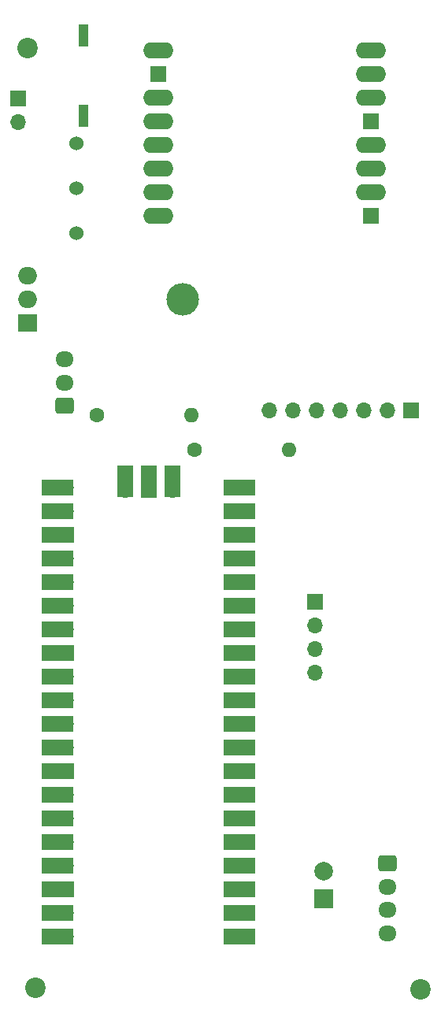
<source format=gts>
G04 #@! TF.GenerationSoftware,KiCad,Pcbnew,7.0.7*
G04 #@! TF.CreationDate,2024-03-11T23:00:31+01:00*
G04 #@! TF.ProjectId,RocketBoard,526f636b-6574-4426-9f61-72642e6b6963,rev?*
G04 #@! TF.SameCoordinates,Original*
G04 #@! TF.FileFunction,Soldermask,Top*
G04 #@! TF.FilePolarity,Negative*
%FSLAX46Y46*%
G04 Gerber Fmt 4.6, Leading zero omitted, Abs format (unit mm)*
G04 Created by KiCad (PCBNEW 7.0.7) date 2024-03-11 23:00:31*
%MOMM*%
%LPD*%
G01*
G04 APERTURE LIST*
G04 Aperture macros list*
%AMRoundRect*
0 Rectangle with rounded corners*
0 $1 Rounding radius*
0 $2 $3 $4 $5 $6 $7 $8 $9 X,Y pos of 4 corners*
0 Add a 4 corners polygon primitive as box body*
4,1,4,$2,$3,$4,$5,$6,$7,$8,$9,$2,$3,0*
0 Add four circle primitives for the rounded corners*
1,1,$1+$1,$2,$3*
1,1,$1+$1,$4,$5*
1,1,$1+$1,$6,$7*
1,1,$1+$1,$8,$9*
0 Add four rect primitives between the rounded corners*
20,1,$1+$1,$2,$3,$4,$5,0*
20,1,$1+$1,$4,$5,$6,$7,0*
20,1,$1+$1,$6,$7,$8,$9,0*
20,1,$1+$1,$8,$9,$2,$3,0*%
G04 Aperture macros list end*
%ADD10R,2.000000X2.000000*%
%ADD11C,2.000000*%
%ADD12R,1.700000X1.700000*%
%ADD13O,1.700000X1.700000*%
%ADD14RoundRect,0.250000X-0.725000X0.600000X-0.725000X-0.600000X0.725000X-0.600000X0.725000X0.600000X0*%
%ADD15O,1.950000X1.700000*%
%ADD16R,3.500000X1.700000*%
%ADD17R,1.700000X3.500000*%
%ADD18C,2.200000*%
%ADD19RoundRect,0.250000X0.725000X-0.600000X0.725000X0.600000X-0.725000X0.600000X-0.725000X-0.600000X0*%
%ADD20RoundRect,0.102000X0.762000X0.762000X-0.762000X0.762000X-0.762000X-0.762000X0.762000X-0.762000X0*%
%ADD21O,3.252000X1.728000*%
%ADD22C,1.600000*%
%ADD23O,1.600000X1.600000*%
%ADD24C,1.524000*%
%ADD25R,1.120000X2.440000*%
%ADD26O,3.500000X3.500000*%
%ADD27R,2.000000X1.905000*%
%ADD28O,2.000000X1.905000*%
G04 APERTURE END LIST*
D10*
X133300000Y-138250000D03*
D11*
X133300000Y-135250000D03*
D12*
X132410000Y-106300000D03*
D13*
X132410000Y-108840000D03*
X132410000Y-111380000D03*
X132410000Y-113920000D03*
D14*
X140167500Y-134400000D03*
D15*
X140167500Y-136900000D03*
X140167500Y-139400000D03*
X140167500Y-141900000D03*
D13*
X123390000Y-142280000D03*
D16*
X124290000Y-142280000D03*
D13*
X123390000Y-139740000D03*
D16*
X124290000Y-139740000D03*
D12*
X123390000Y-137200000D03*
D16*
X124290000Y-137200000D03*
D13*
X123390000Y-134660000D03*
D16*
X124290000Y-134660000D03*
D13*
X123390000Y-132120000D03*
D16*
X124290000Y-132120000D03*
D13*
X123390000Y-129580000D03*
D16*
X124290000Y-129580000D03*
D13*
X123390000Y-127040000D03*
D16*
X124290000Y-127040000D03*
D12*
X123390000Y-124500000D03*
D16*
X124290000Y-124500000D03*
D13*
X123390000Y-121960000D03*
D16*
X124290000Y-121960000D03*
D13*
X123390000Y-119420000D03*
D16*
X124290000Y-119420000D03*
D13*
X123390000Y-116880000D03*
D16*
X124290000Y-116880000D03*
D13*
X123390000Y-114340000D03*
D16*
X124290000Y-114340000D03*
D12*
X123390000Y-111800000D03*
D16*
X124290000Y-111800000D03*
D13*
X123390000Y-109260000D03*
D16*
X124290000Y-109260000D03*
D13*
X123390000Y-106720000D03*
D16*
X124290000Y-106720000D03*
D13*
X123390000Y-104180000D03*
D16*
X124290000Y-104180000D03*
D13*
X123390000Y-101640000D03*
D16*
X124290000Y-101640000D03*
D12*
X123390000Y-99100000D03*
D16*
X124290000Y-99100000D03*
D13*
X123390000Y-96560000D03*
D16*
X124290000Y-96560000D03*
D13*
X123390000Y-94020000D03*
D16*
X124290000Y-94020000D03*
D13*
X105610000Y-94020000D03*
D16*
X104710000Y-94020000D03*
D13*
X105610000Y-96560000D03*
D16*
X104710000Y-96560000D03*
D12*
X105610000Y-99100000D03*
D16*
X104710000Y-99100000D03*
D13*
X105610000Y-101640000D03*
D16*
X104710000Y-101640000D03*
D13*
X105610000Y-104180000D03*
D16*
X104710000Y-104180000D03*
D13*
X105610000Y-106720000D03*
D16*
X104710000Y-106720000D03*
D13*
X105610000Y-109260000D03*
D16*
X104710000Y-109260000D03*
D12*
X105610000Y-111800000D03*
D16*
X104710000Y-111800000D03*
D13*
X105610000Y-114340000D03*
D16*
X104710000Y-114340000D03*
D13*
X105610000Y-116880000D03*
D16*
X104710000Y-116880000D03*
D13*
X105610000Y-119420000D03*
D16*
X104710000Y-119420000D03*
D13*
X105610000Y-121960000D03*
D16*
X104710000Y-121960000D03*
D12*
X105610000Y-124500000D03*
D16*
X104710000Y-124500000D03*
D13*
X105610000Y-127040000D03*
D16*
X104710000Y-127040000D03*
D13*
X105610000Y-129580000D03*
D16*
X104710000Y-129580000D03*
D13*
X105610000Y-132120000D03*
D16*
X104710000Y-132120000D03*
D13*
X105610000Y-134660000D03*
D16*
X104710000Y-134660000D03*
D12*
X105610000Y-137200000D03*
D16*
X104710000Y-137200000D03*
D13*
X105610000Y-139740000D03*
D16*
X104710000Y-139740000D03*
D13*
X105610000Y-142280000D03*
D16*
X104710000Y-142280000D03*
D13*
X117040000Y-94250000D03*
D17*
X117040000Y-93350000D03*
D12*
X114500000Y-94250000D03*
D17*
X114500000Y-93350000D03*
D13*
X111960000Y-94250000D03*
D17*
X111960000Y-93350000D03*
D18*
X102300000Y-147750000D03*
D19*
X105500000Y-85250000D03*
D15*
X105500000Y-82750000D03*
X105500000Y-80250000D03*
D20*
X138430000Y-64837500D03*
D21*
X138430000Y-62297500D03*
X138430000Y-59757500D03*
X138430000Y-57217500D03*
D20*
X138430000Y-54677500D03*
D21*
X138430000Y-52137500D03*
X138430000Y-49597500D03*
X138430000Y-47057500D03*
X115570000Y-47057500D03*
D20*
X115570000Y-49597500D03*
D21*
X115570000Y-52137500D03*
X115570000Y-54677500D03*
X115570000Y-57217500D03*
X115570000Y-59757500D03*
X115570000Y-62297500D03*
X115570000Y-64837500D03*
D22*
X119440000Y-89930000D03*
D23*
X129600000Y-89930000D03*
D24*
X106750000Y-57000000D03*
X106750000Y-61850000D03*
X106750000Y-66650000D03*
D12*
X100500000Y-52210000D03*
D13*
X100500000Y-54750000D03*
D25*
X107500000Y-54055000D03*
X107500000Y-45445000D03*
D18*
X101500000Y-46750000D03*
D22*
X108920000Y-86250000D03*
D23*
X119080000Y-86250000D03*
D18*
X143700000Y-147950000D03*
D26*
X118180000Y-73750000D03*
D27*
X101520000Y-76290000D03*
D28*
X101520000Y-73750000D03*
X101520000Y-71210000D03*
D12*
X142740000Y-85750000D03*
D13*
X140200000Y-85750000D03*
X137660000Y-85750000D03*
X135120000Y-85750000D03*
X132580000Y-85750000D03*
X130040000Y-85750000D03*
X127500000Y-85750000D03*
M02*

</source>
